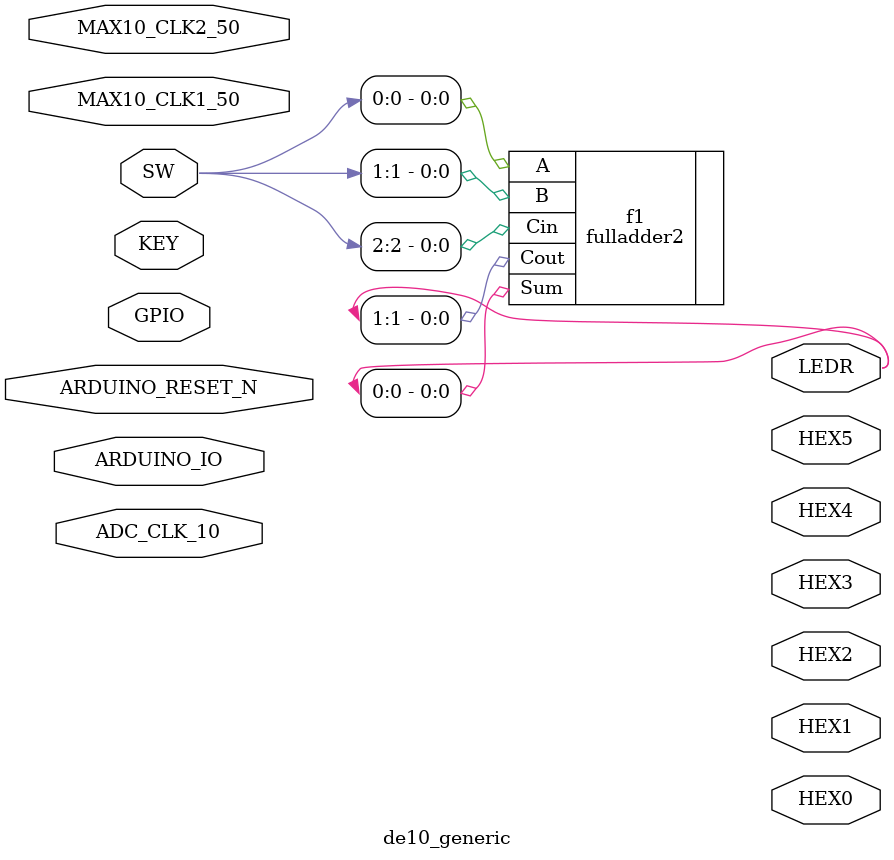
<source format=v>


module de10_generic(

	//////////// CLOCK //////////
	input 		          		ADC_CLK_10,
	input 		          		MAX10_CLK1_50,
	input 		          		MAX10_CLK2_50,

	//////////// SEG7 //////////
	output		     [7:0]		HEX0,
	output		     [7:0]		HEX1,
	output		     [7:0]		HEX2,
	output		     [7:0]		HEX3,
	output		     [7:0]		HEX4,
	output		     [7:0]		HEX5,

	//////////// KEY //////////
	input 		     [1:0]		KEY,

	//////////// LED //////////
	output		     [9:0]		LEDR,

	//////////// SW //////////
	input 		     [9:0]		SW,

	//////////// Arduino //////////
	inout 		    [15:0]		ARDUINO_IO,
	inout 		          		ARDUINO_RESET_N,

	//////////// GPIO, GPIO connect to GPIO Default //////////
	inout 		    [35:0]		GPIO
);



//=======================================================
//  REG/WIRE declarations
//=======================================================




//=======================================================
//  Structural coding
//=======================================================

fulladder2 f1(.A(SW[0]), .B(SW[1]), .Cin(SW[2]), .Sum(LEDR[0]), .Cout(LEDR[1]));
//fulladder f1(.A(SW[0]), .B(SW[1]), .Cin(SW[2]), .Sum(LEDR[0]), .Cout(LEDR[1]));


endmodule

</source>
